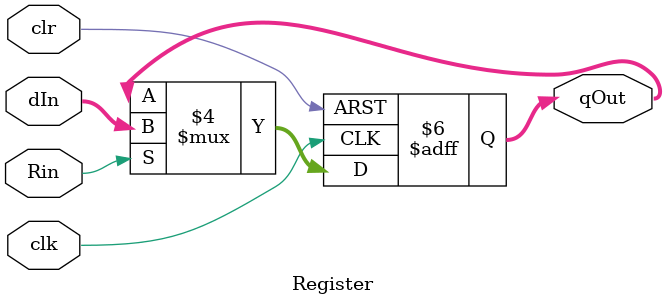
<source format=v>

module Register 
	#(parameter VAL = 0)(
	input wire clk, 
	input wire clr,
	input wire [31:0] dIn,
	input wire Rin,
	output reg [31:0] qOut
);
	always@(posedge clk or negedge clr)
		begin
			if(clr == 0)
				qOut <= 0;
			else if(Rin)
				qOut <= dIn;
		end		
		initial qOut = VAL;
endmodule
</source>
